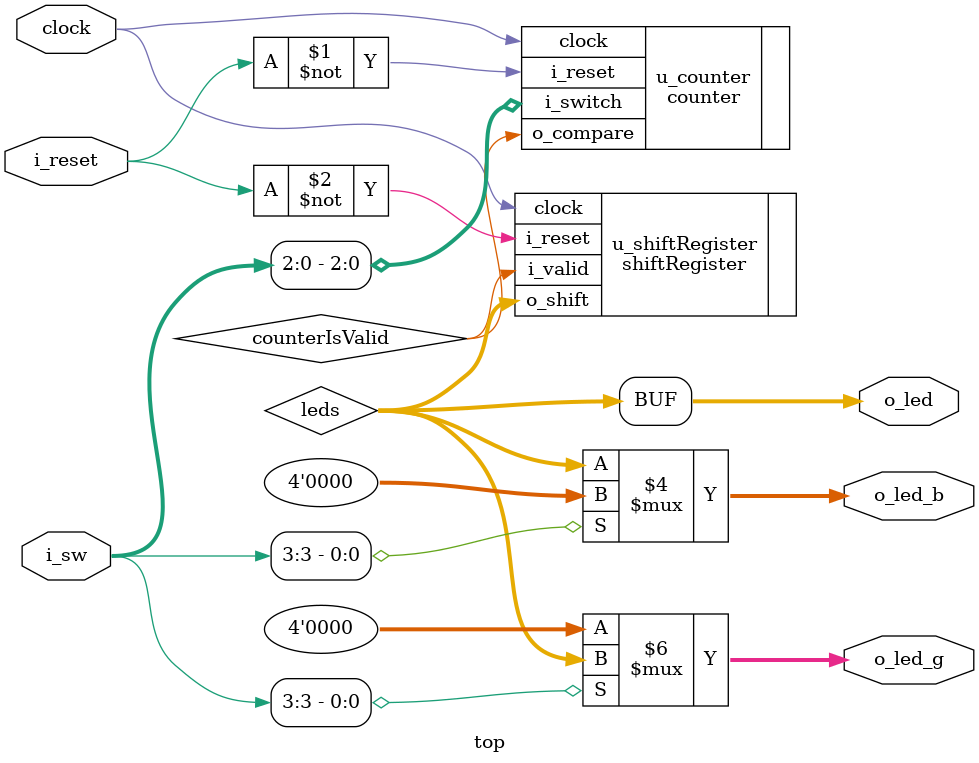
<source format=v>
module top 
#(
    parameter NUM_LEDS   = 4,
    parameter NUM_BITS   = 32
)
(
    output [NUM_LEDS - 1 : 0]   o_led  ,
    output [NUM_LEDS - 1 : 0]   o_led_b,
    output [NUM_LEDS - 1 : 0]   o_led_g,

    input  [4 - 1 : 0]          i_sw   ,
    input                       i_reset,
    input                       clock
);

    wire                    counterIsValid;
    wire [NUM_LEDS - 1 : 0] leds;

    counter
    #(
        .NUM_BITS(NUM_BITS)
    )
    u_counter
    (
        .o_compare(counterIsValid),

        .i_switch(i_sw[3-1 : 0]),
        .i_reset(~i_reset),
        .clock(clock)
    );
    
    shiftRegister
    #(
        .SHIFT_SIZE(NUM_LEDS)
    )
    u_shiftRegister
    (
        .o_shift(leds),
        .i_valid(counterIsValid),
        .i_reset(~i_reset),
        .clock(clock)
    );

    assign o_led = leds;
    assign o_led_b = (i_sw[4-1]==1'b0) ? leds : {NUM_LEDS{1'b0}};
    assign o_led_g = (i_sw[4-1]==1'b1) ? leds : {NUM_LEDS{1'b0}};

endmodule
</source>
